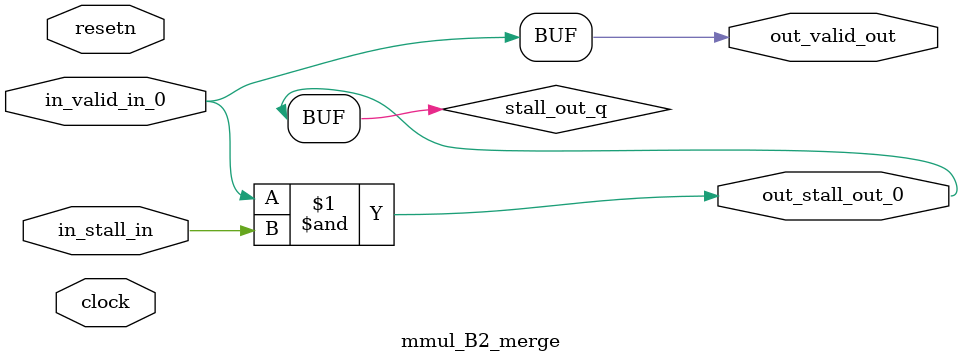
<source format=sv>



(* altera_attribute = "-name AUTO_SHIFT_REGISTER_RECOGNITION OFF; -name MESSAGE_DISABLE 10036; -name MESSAGE_DISABLE 10037; -name MESSAGE_DISABLE 14130; -name MESSAGE_DISABLE 14320; -name MESSAGE_DISABLE 15400; -name MESSAGE_DISABLE 14130; -name MESSAGE_DISABLE 10036; -name MESSAGE_DISABLE 12020; -name MESSAGE_DISABLE 12030; -name MESSAGE_DISABLE 12010; -name MESSAGE_DISABLE 12110; -name MESSAGE_DISABLE 14320; -name MESSAGE_DISABLE 13410; -name MESSAGE_DISABLE 113007; -name MESSAGE_DISABLE 10958" *)
module mmul_B2_merge (
    input wire [0:0] in_stall_in,
    input wire [0:0] in_valid_in_0,
    output wire [0:0] out_stall_out_0,
    output wire [0:0] out_valid_out,
    input wire clock,
    input wire resetn
    );

    wire [0:0] stall_out_q;


    // stall_out(LOGICAL,6)
    assign stall_out_q = in_valid_in_0 & in_stall_in;

    // out_stall_out_0(GPOUT,4)
    assign out_stall_out_0 = stall_out_q;

    // out_valid_out(GPOUT,5)
    assign out_valid_out = in_valid_in_0;

endmodule

</source>
